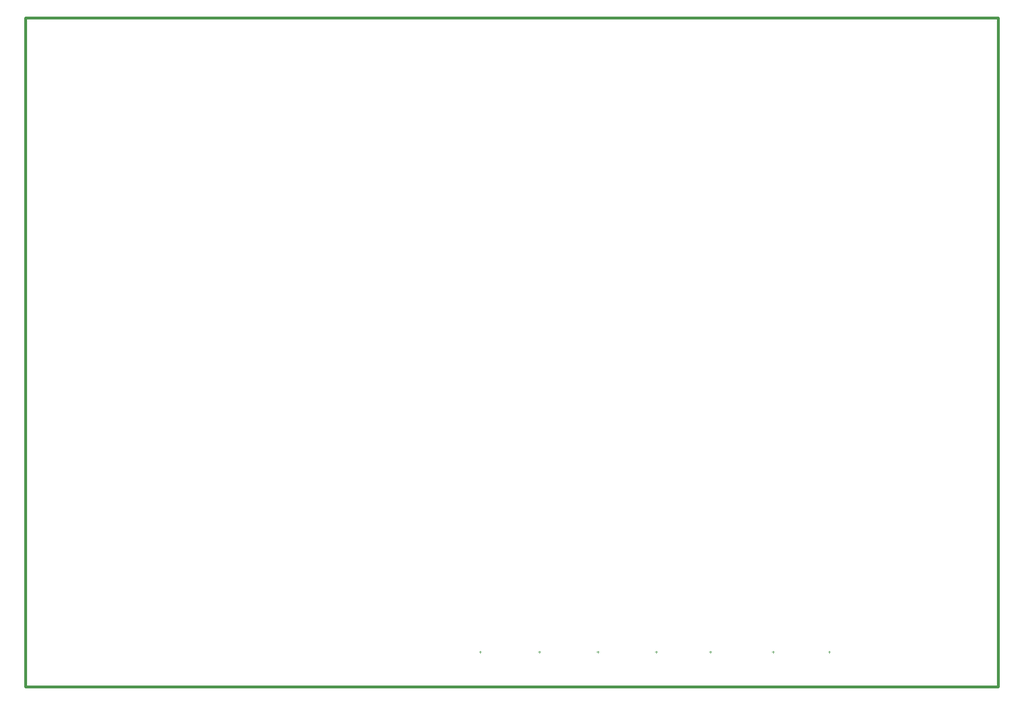
<source format=gm1>
G04*
G04 #@! TF.GenerationSoftware,Altium Limited,Altium Designer,20.1.12 (249)*
G04*
G04 Layer_Color=16711935*
%FSTAX24Y24*%
%MOIN*%
G70*
G04*
G04 #@! TF.SameCoordinates,65647CF5-6095-42B6-9084-E7F1C421F8D5*
G04*
G04*
G04 #@! TF.FilePolarity,Positive*
G04*
G01*
G75*
%ADD18C,0.0039*%
%ADD87C,0.0197*%
D18*
X0668Y042071D02*
Y042229D01*
X066721Y04215D02*
X066879D01*
X05055Y042071D02*
Y042229D01*
X050471Y04215D02*
X050629D01*
X0423Y042071D02*
Y042229D01*
X042221Y04215D02*
X042379D01*
X05465Y042071D02*
Y042229D01*
X054571Y04215D02*
X054729D01*
X05845Y042071D02*
Y042229D01*
X058371Y04215D02*
X058529D01*
X06285Y042071D02*
Y042229D01*
X062771Y04215D02*
X062929D01*
X04645Y042071D02*
Y042229D01*
X046371Y04215D02*
X046529D01*
D87*
X010409Y039705D02*
X078659D01*
Y086655D01*
X010409D02*
X078659D01*
X010409Y039705D02*
Y086655D01*
M02*

</source>
